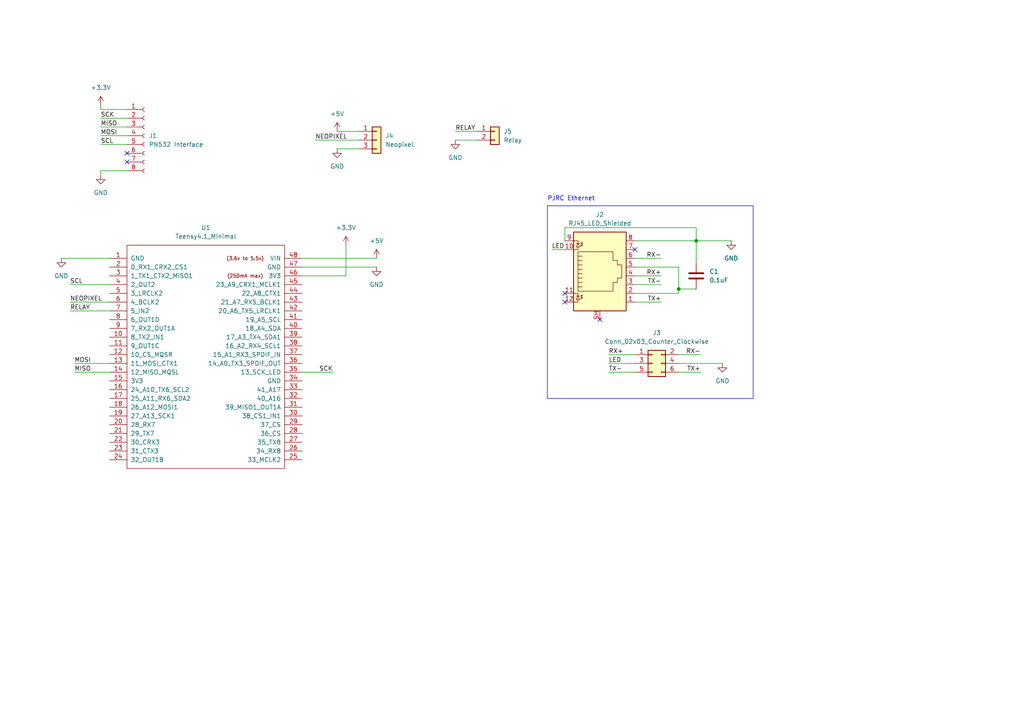
<source format=kicad_sch>
(kicad_sch (version 20230121) (generator eeschema)
  (paper "A4")
  (lib_symbols
    (symbol "Connector:Conn_01x08_Socket" (pin_names (offset 1.016) hide)
      (property "Reference" "J" (at 0 10.16 0))
      (property "Value" "Conn_01x08_Socket" (at 0 -12.7 0))
      (symbol "Conn_01x08_Socket_1_1"
        (arc (start 0 -9.652) (mid -0.5058 -10.16) (end 0 -10.668) (stroke (width 0.1524)))
        (arc (start 0 -7.112) (mid -0.5058 -7.62) (end 0 -8.128) (stroke (width 0.1524)))
        (arc (start 0 -4.572) (mid -0.5058 -5.08) (end 0 -5.588) (stroke (width 0.1524)))
        (arc (start 0 -2.032) (mid -0.5058 -2.54) (end 0 -3.048) (stroke (width 0.1524)))
        (polyline (pts (xy -1.27 -10.16) (xy -0.508 -10.16)) (stroke (width 0.1524)))
        (polyline (pts (xy -1.27 -7.62) (xy -0.508 -7.62)) (stroke (width 0.1524)))
        (polyline (pts (xy -1.27 -5.08) (xy -0.508 -5.08)) (stroke (width 0.1524)))
        (polyline (pts (xy -1.27 -2.54) (xy -0.508 -2.54)) (stroke (width 0.1524)))
        (polyline (pts (xy -1.27 0) (xy -0.508 0)) (stroke (width 0.1524)))
        (polyline (pts (xy -1.27 2.54) (xy -0.508 2.54)) (stroke (width 0.1524)))
        (polyline (pts (xy -1.27 5.08) (xy -0.508 5.08)) (stroke (width 0.1524)))
        (polyline (pts (xy -1.27 7.62) (xy -0.508 7.62)) (stroke (width 0.1524)))
        (arc (start 0 0.508) (mid -0.5058 0) (end 0 -0.508) (stroke (width 0.1524)))
        (arc (start 0 3.048) (mid -0.5058 2.54) (end 0 2.032) (stroke (width 0.1524)))
        (arc (start 0 5.588) (mid -0.5058 5.08) (end 0 4.572) (stroke (width 0.1524)))
        (arc (start 0 8.128) (mid -0.5058 7.62) (end 0 7.112) (stroke (width 0.1524)))
        (pin passive line (at -5.08 7.62 0) (length 3.81) (name "Pin_1") (number "1"))
        (pin passive line (at -5.08 5.08 0) (length 3.81) (name "Pin_2") (number "2"))
        (pin passive line (at -5.08 2.54 0) (length 3.81) (name "Pin_3") (number "3"))
        (pin passive line (at -5.08 0 0) (length 3.81) (name "Pin_4") (number "4"))
        (pin passive line (at -5.08 -2.54 0) (length 3.81) (name "Pin_5") (number "5"))
        (pin passive line (at -5.08 -5.08 0) (length 3.81) (name "Pin_6") (number "6"))
        (pin passive line (at -5.08 -7.62 0) (length 3.81) (name "Pin_7") (number "7"))
        (pin passive line (at -5.08 -10.16 0) (length 3.81) (name "Pin_8") (number "8"))
      )
    )
    (symbol "Connector:RJ45_LED_Shielded" (pin_names (offset 1.016))
      (property "Reference" "J" (at -5.08 13.97 0))
      (property "Value" "RJ45_LED_Shielded" (at 1.27 13.97 0))
      (symbol "RJ45_LED_Shielded_0_1"
        (polyline (pts (xy -7.62 -7.62) (xy -6.35 -7.62)))
        (polyline (pts (xy -7.62 -5.08) (xy -6.35 -5.08)))
        (polyline (pts (xy -7.62 7.62) (xy -6.35 7.62)))
        (polyline (pts (xy -7.62 10.16) (xy -6.35 10.16)))
        (polyline (pts (xy -6.858 -5.842) (xy -5.842 -5.842)))
        (polyline (pts (xy -6.858 9.398) (xy -5.842 9.398)))
        (polyline (pts (xy -6.35 -7.62) (xy -6.35 -6.858)))
        (polyline (pts (xy -6.35 -5.08) (xy -6.35 -5.842)))
        (polyline (pts (xy -6.35 7.62) (xy -6.35 8.382)))
        (polyline (pts (xy -6.35 10.16) (xy -6.35 9.398)))
        (polyline (pts (xy -5.08 -6.223) (xy -5.207 -6.604)))
        (polyline (pts (xy -5.08 -5.588) (xy -5.207 -5.969)))
        (polyline (pts (xy -5.08 4.445) (xy -6.35 4.445)))
        (polyline (pts (xy -5.08 5.715) (xy -6.35 5.715)))
        (polyline (pts (xy -5.08 9.017) (xy -5.207 8.636)))
        (polyline (pts (xy -5.08 9.652) (xy -5.207 9.271)))
        (polyline (pts (xy -6.35 -3.175) (xy -5.08 -3.175) (xy -5.08 -3.175)))
        (polyline (pts (xy -6.35 -1.905) (xy -5.08 -1.905) (xy -5.08 -1.905)))
        (polyline (pts (xy -6.35 -0.635) (xy -5.08 -0.635) (xy -5.08 -0.635)))
        (polyline (pts (xy -6.35 0.635) (xy -5.08 0.635) (xy -5.08 0.635)))
        (polyline (pts (xy -6.35 1.905) (xy -5.08 1.905) (xy -5.08 1.905)))
        (polyline (pts (xy -5.588 -6.731) (xy -5.08 -6.223) (xy -5.461 -6.35)))
        (polyline (pts (xy -5.588 -6.096) (xy -5.08 -5.588) (xy -5.461 -5.715)))
        (polyline (pts (xy -5.588 8.509) (xy -5.08 9.017) (xy -5.461 8.89)))
        (polyline (pts (xy -5.588 9.144) (xy -5.08 9.652) (xy -5.461 9.525)))
        (polyline (pts (xy -5.08 3.175) (xy -6.35 3.175) (xy -6.35 3.175)))
        (polyline (pts (xy -6.35 -5.842) (xy -6.858 -6.858) (xy -5.842 -6.858) (xy -6.35 -5.842)))
        (polyline (pts (xy -6.35 9.398) (xy -6.858 8.382) (xy -5.842 8.382) (xy -6.35 9.398)))
        (polyline (pts (xy -6.35 -4.445) (xy -6.35 6.985) (xy 3.81 6.985) (xy 3.81 4.445) (xy 5.08 4.445) (xy 5.08 3.175) (xy 6.35 3.175) (xy 6.35 -0.635) (xy 5.08 -0.635) (xy 5.08 -1.905) (xy 3.81 -1.905) (xy 3.81 -4.445) (xy -6.35 -4.445) (xy -6.35 -4.445)))
        (rectangle (start 7.62 12.7) (end -7.62 -10.16) (stroke (width 0.254)) (fill (type background)))
      )
      (symbol "RJ45_LED_Shielded_1_1"
        (pin passive line (at 10.16 -7.62 180) (length 2.54) (name "~") (number "1"))
        (pin passive line (at -10.16 7.62 0) (length 2.54) (name "~") (number "10"))
        (pin passive line (at -10.16 -5.08 0) (length 2.54) (name "~") (number "11"))
        (pin passive line (at -10.16 -7.62 0) (length 2.54) (name "~") (number "12"))
        (pin passive line (at 10.16 -5.08 180) (length 2.54) (name "~") (number "2"))
        (pin passive line (at 10.16 -2.54 180) (length 2.54) (name "~") (number "3"))
        (pin passive line (at 10.16 0 180) (length 2.54) (name "~") (number "4"))
        (pin passive line (at 10.16 2.54 180) (length 2.54) (name "~") (number "5"))
        (pin passive line (at 10.16 5.08 180) (length 2.54) (name "~") (number "6"))
        (pin passive line (at 10.16 7.62 180) (length 2.54) (name "~") (number "7"))
        (pin passive line (at 10.16 10.16 180) (length 2.54) (name "~") (number "8"))
        (pin passive line (at -10.16 10.16 0) (length 2.54) (name "~") (number "9"))
        (pin passive line (at 0 -12.7 90) (length 2.54) (name "~") (number "SH"))
      )
    )
    (symbol "Connector_Generic:Conn_01x02" (pin_names (offset 1.016) hide)
      (property "Reference" "J" (at 0 2.54 0))
      (property "Value" "Conn_01x02" (at 0 -5.08 0))
      (symbol "Conn_01x02_1_1"
        (rectangle (start -1.27 -2.413) (end 0 -2.667) (stroke (width 0.1524)))
        (rectangle (start -1.27 0.127) (end 0 -0.127) (stroke (width 0.1524)))
        (rectangle (start -1.27 1.27) (end 1.27 -3.81) (stroke (width 0.254)) (fill (type background)))
        (pin passive line (at -5.08 0 0) (length 3.81) (name "Pin_1") (number "1"))
        (pin passive line (at -5.08 -2.54 0) (length 3.81) (name "Pin_2") (number "2"))
      )
    )
    (symbol "Connector_Generic:Conn_01x03" (pin_names (offset 1.016) hide)
      (property "Reference" "J" (at 0 5.08 0))
      (property "Value" "Conn_01x03" (at 0 -5.08 0))
      (symbol "Conn_01x03_1_1"
        (rectangle (start -1.27 -2.413) (end 0 -2.667) (stroke (width 0.1524)))
        (rectangle (start -1.27 0.127) (end 0 -0.127) (stroke (width 0.1524)))
        (rectangle (start -1.27 2.667) (end 0 2.413) (stroke (width 0.1524)))
        (rectangle (start -1.27 3.81) (end 1.27 -3.81) (stroke (width 0.254)) (fill (type background)))
        (pin passive line (at -5.08 2.54 0) (length 3.81) (name "Pin_1") (number "1"))
        (pin passive line (at -5.08 0 0) (length 3.81) (name "Pin_2") (number "2"))
        (pin passive line (at -5.08 -2.54 0) (length 3.81) (name "Pin_3") (number "3"))
      )
    )
    (symbol "Connector_Generic:Conn_02x03_Odd_Even" (pin_names (offset 1.016) hide)
      (property "Reference" "J" (at 1.27 5.08 0))
      (property "Value" "Conn_02x03_Odd_Even" (at 1.27 -5.08 0))
      (symbol "Conn_02x03_Odd_Even_1_1"
        (rectangle (start -1.27 -2.413) (end 0 -2.667) (stroke (width 0.1524)))
        (rectangle (start -1.27 0.127) (end 0 -0.127) (stroke (width 0.1524)))
        (rectangle (start -1.27 2.667) (end 0 2.413) (stroke (width 0.1524)))
        (rectangle (start -1.27 3.81) (end 3.81 -3.81) (stroke (width 0.254)) (fill (type background)))
        (rectangle (start 3.81 -2.413) (end 2.54 -2.667) (stroke (width 0.1524)))
        (rectangle (start 3.81 0.127) (end 2.54 -0.127) (stroke (width 0.1524)))
        (rectangle (start 3.81 2.667) (end 2.54 2.413) (stroke (width 0.1524)))
        (pin passive line (at -5.08 2.54 0) (length 3.81) (name "Pin_1") (number "1"))
        (pin passive line (at 7.62 2.54 180) (length 3.81) (name "Pin_2") (number "2"))
        (pin passive line (at -5.08 0 0) (length 3.81) (name "Pin_3") (number "3"))
        (pin passive line (at 7.62 0 180) (length 3.81) (name "Pin_4") (number "4"))
        (pin passive line (at -5.08 -2.54 0) (length 3.81) (name "Pin_5") (number "5"))
        (pin passive line (at 7.62 -2.54 180) (length 3.81) (name "Pin_6") (number "6"))
      )
    )
    (symbol "Device:C" (pin_numbers hide) (pin_names (offset 0.254))
      (property "Reference" "C" (at 0.635 2.54 0))
      (property "Value" "C" (at 0.635 -2.54 0))
      (symbol "C_0_1"
        (polyline (pts (xy -2.032 -0.762) (xy 2.032 -0.762)) (stroke (width 0.508)))
        (polyline (pts (xy -2.032 0.762) (xy 2.032 0.762)) (stroke (width 0.508)))
      )
      (symbol "C_1_1"
        (pin passive line (at 0 3.81 270) (length 2.794) (name "~") (number "1"))
        (pin passive line (at 0 -3.81 90) (length 2.794) (name "~") (number "2"))
      )
    )
    (symbol "Joels KiCad Symbol Library:Teensy4.1_Minimal" (pin_names (offset 1.016))
      (property "Reference" "U" (at 0 62.23 0))
      (property "Value" "Teensy4.1_Minimal" (at 1.27 59.69 0))
      (symbol "Teensy4.1_Minimal_0_0"
        (text "(250mA max)" (at 11.43 49.53 0) (effects (font (size 1.016 1.016))))
        (text "(3.6v to 5.5v)" (at 11.43 54.61 0) (effects (font (size 1.016 1.016))))
        (pin bidirectional line (at -27.94 31.75 0) (length 5.08) (name "8_TX2_IN1") (number "10"))
        (pin bidirectional line (at -27.94 29.21 0) (length 5.08) (name "9_OUT1C") (number "11"))
        (pin bidirectional line (at -27.94 26.67 0) (length 5.08) (name "10_CS_MQSR") (number "12"))
        (pin bidirectional line (at -27.94 24.13 0) (length 5.08) (name "11_MOSI_CTX1") (number "13"))
        (pin bidirectional line (at -27.94 21.59 0) (length 5.08) (name "12_MISO_MQSL") (number "14"))
        (pin power_in line (at -27.94 19.05 0) (length 5.08) (name "3V3") (number "15"))
        (pin bidirectional line (at -27.94 16.51 0) (length 5.08) (name "24_A10_TX6_SCL2") (number "16"))
        (pin bidirectional line (at -27.94 13.97 0) (length 5.08) (name "25_A11_RX6_SDA2") (number "17"))
        (pin bidirectional line (at -27.94 11.43 0) (length 5.08) (name "26_A12_MOSI1") (number "18"))
        (pin bidirectional line (at -27.94 8.89 0) (length 5.08) (name "27_A13_SCK1") (number "19"))
        (pin bidirectional line (at -27.94 6.35 0) (length 5.08) (name "28_RX7") (number "20"))
        (pin bidirectional line (at -27.94 3.81 0) (length 5.08) (name "29_TX7") (number "21"))
        (pin bidirectional line (at -27.94 1.27 0) (length 5.08) (name "30_CRX3") (number "22"))
        (pin bidirectional line (at -27.94 -1.27 0) (length 5.08) (name "31_CTX3") (number "23"))
        (pin bidirectional line (at -27.94 -3.81 0) (length 5.08) (name "32_OUT1B") (number "24"))
        (pin bidirectional line (at 27.94 -3.81 180) (length 5.08) (name "33_MCLK2") (number "25"))
        (pin bidirectional line (at 27.94 -1.27 180) (length 5.08) (name "34_RX8") (number "26"))
        (pin bidirectional line (at 27.94 1.27 180) (length 5.08) (name "35_TX8") (number "27"))
        (pin bidirectional line (at 27.94 3.81 180) (length 5.08) (name "36_CS") (number "28"))
        (pin bidirectional line (at 27.94 6.35 180) (length 5.08) (name "37_CS") (number "29"))
        (pin bidirectional line (at 27.94 8.89 180) (length 5.08) (name "38_CS1_IN1") (number "30"))
        (pin bidirectional line (at 27.94 11.43 180) (length 5.08) (name "39_MISO1_OUT1A") (number "31"))
        (pin bidirectional line (at 27.94 13.97 180) (length 5.08) (name "40_A16") (number "32"))
        (pin bidirectional line (at 27.94 16.51 180) (length 5.08) (name "41_A17") (number "33"))
        (pin bidirectional line (at 27.94 21.59 180) (length 5.08) (name "13_SCK_LED") (number "35"))
        (pin bidirectional line (at 27.94 24.13 180) (length 5.08) (name "14_A0_TX3_SPDIF_OUT") (number "36"))
        (pin bidirectional line (at 27.94 26.67 180) (length 5.08) (name "15_A1_RX3_SPDIF_IN") (number "37"))
        (pin bidirectional line (at 27.94 29.21 180) (length 5.08) (name "16_A2_RX4_SCL1") (number "38"))
        (pin bidirectional line (at 27.94 31.75 180) (length 5.08) (name "17_A3_TX4_SDA1") (number "39"))
        (pin bidirectional line (at 27.94 34.29 180) (length 5.08) (name "18_A4_SDA") (number "40"))
        (pin bidirectional line (at 27.94 36.83 180) (length 5.08) (name "19_A5_SCL") (number "41"))
        (pin bidirectional line (at 27.94 39.37 180) (length 5.08) (name "20_A6_TX5_LRCLK1") (number "42"))
        (pin bidirectional line (at 27.94 41.91 180) (length 5.08) (name "21_A7_RX5_BCLK1") (number "43"))
        (pin bidirectional line (at 27.94 44.45 180) (length 5.08) (name "22_A8_CTX1") (number "44"))
        (pin bidirectional line (at 27.94 46.99 180) (length 5.08) (name "23_A9_CRX1_MCLK1") (number "45"))
        (pin power_in line (at 27.94 49.53 180) (length 5.08) (name "3V3") (number "46"))
        (pin power_in line (at 27.94 52.07 180) (length 5.08) (name "GND") (number "47"))
        (pin power_in line (at 27.94 54.61 180) (length 5.08) (name "VIN") (number "48"))
        (pin bidirectional line (at -27.94 44.45 0) (length 5.08) (name "3_LRCLK2") (number "5"))
        (pin bidirectional line (at -27.94 41.91 0) (length 5.08) (name "4_BCLK2") (number "6"))
        (pin bidirectional line (at -27.94 39.37 0) (length 5.08) (name "5_IN2") (number "7"))
        (pin bidirectional line (at -27.94 36.83 0) (length 5.08) (name "6_OUT1D") (number "8"))
        (pin bidirectional line (at -27.94 34.29 0) (length 5.08) (name "7_RX2_OUT1A") (number "9"))
      )
      (symbol "Teensy4.1_Minimal_0_1"
        (rectangle (start -22.86 58.42) (end 22.86 -6.35))
        (rectangle (start -20.32 -1.27) (end -20.32 -1.27))
      )
      (symbol "Teensy4.1_Minimal_1_1"
        (pin power_in line (at -27.94 54.61 0) (length 5.08) (name "GND") (number "1"))
        (pin bidirectional line (at -27.94 52.07 0) (length 5.08) (name "0_RX1_CRX2_CS1") (number "2"))
        (pin bidirectional line (at -27.94 49.53 0) (length 5.08) (name "1_TX1_CTX2_MISO1") (number "3"))
        (pin power_in line (at 27.94 19.05 180) (length 5.08) (name "GND") (number "34"))
        (pin bidirectional line (at -27.94 46.99 0) (length 5.08) (name "2_OUT2") (number "4"))
      )
    )
    (symbol "power:+3.3V" (power) (pin_names (offset 0))
      (property "Value" "+3.3V" (at 0 3.556 0))
      (symbol "+3.3V_0_1"
        (polyline (pts (xy -0.762 1.27) (xy 0 2.54)))
        (polyline (pts (xy 0 0) (xy 0 2.54)))
        (polyline (pts (xy 0 2.54) (xy 0.762 1.27)))
      )
      (symbol "+3.3V_1_1"
        (pin power_in line (at 0 0 90) (length 0) hide (name "+3.3V") (number "1"))
      )
    )
    (symbol "power:+5V" (power) (pin_names (offset 0))
      (property "Value" "+5V" (at 0 3.556 0))
      (symbol "+5V_0_1"
        (polyline (pts (xy -0.762 1.27) (xy 0 2.54)))
        (polyline (pts (xy 0 0) (xy 0 2.54)))
        (polyline (pts (xy 0 2.54) (xy 0.762 1.27)))
      )
      (symbol "+5V_1_1"
        (pin power_in line (at 0 0 90) (length 0) hide (name "+5V") (number "1"))
      )
    )
    (symbol "power:GND" (power) (pin_names (offset 0))
      (property "Value" "GND" (at 0 -3.81 0))
      (symbol "GND_0_1"
        (polyline (pts (xy 0 0) (xy 0 -1.27) (xy 1.27 -1.27) (xy 0 -2.54) (xy -1.27 -1.27) (xy 0 -1.27)))
      )
      (symbol "GND_1_1"
        (pin power_in line (at 0 0 270) (length 0) hide (name "GND") (number "1"))
      )
    )
  )
  (junction (at 201.93 69.85))
  (junction (at 196.85 83.82))
  (no_connect (at 173.99 92.71))
  (no_connect (at 36.83 46.99))
  (no_connect (at 36.83 44.45))
  (no_connect (at 163.83 85.09))
  (no_connect (at 184.15 72.39))
  (no_connect (at 163.83 87.63))
  (wire (pts (xy 163.83 69.85) (xy 163.83 66.04)))
  (wire (pts (xy 160.02 72.39) (xy 163.83 72.39)))
  (wire (pts (xy 87.63 74.93) (xy 109.22 74.93)))
  (wire (pts (xy 29.21 30.48) (xy 29.21 31.75)))
  (wire (pts (xy 163.83 66.04) (xy 201.93 66.04)))
  (wire (pts (xy 201.93 66.04) (xy 201.93 69.85)))
  (wire (pts (xy 29.21 41.91) (xy 36.83 41.91)))
  (wire (pts (xy 97.79 38.1) (xy 104.14 38.1)))
  (wire (pts (xy 87.63 107.95) (xy 96.52 107.95)))
  (wire (pts (xy 176.53 102.87) (xy 184.15 102.87)))
  (wire (pts (xy 97.79 43.18) (xy 104.14 43.18)))
  (wire (pts (xy 36.83 49.53) (xy 29.21 49.53)))
  (wire (pts (xy 176.53 107.95) (xy 184.15 107.95)))
  (wire (pts (xy 184.15 85.09) (xy 196.85 85.09)))
  (wire (pts (xy 100.33 80.01) (xy 87.63 80.01)))
  (wire (pts (xy 29.21 34.29) (xy 36.83 34.29)))
  (wire (pts (xy 184.15 82.55) (xy 191.77 82.55)))
  (wire (pts (xy 29.21 49.53) (xy 29.21 50.8)))
  (wire (pts (xy 132.08 40.64) (xy 138.43 40.64)))
  (wire (pts (xy 91.44 40.64) (xy 104.14 40.64)))
  (wire (pts (xy 184.15 69.85) (xy 201.93 69.85)))
  (wire (pts (xy 100.33 71.12) (xy 100.33 80.01)))
  (wire (pts (xy 196.85 102.87) (xy 203.2 102.87)))
  (wire (pts (xy 29.21 36.83) (xy 36.83 36.83)))
  (wire (pts (xy 196.85 77.47) (xy 196.85 83.82)))
  (wire (pts (xy 196.85 107.95) (xy 203.2 107.95)))
  (wire (pts (xy 184.15 80.01) (xy 191.77 80.01)))
  (wire (pts (xy 21.59 105.41) (xy 31.75 105.41)))
  (wire (pts (xy 87.63 77.47) (xy 109.22 77.47)))
  (wire (pts (xy 184.15 74.93) (xy 191.77 74.93)))
  (wire (pts (xy 21.59 107.95) (xy 31.75 107.95)))
  (wire (pts (xy 20.32 90.17) (xy 31.75 90.17)))
  (wire (pts (xy 201.93 69.85) (xy 212.09 69.85)))
  (wire (pts (xy 196.85 105.41) (xy 209.55 105.41)))
  (wire (pts (xy 17.78 74.93) (xy 31.75 74.93)))
  (wire (pts (xy 184.15 77.47) (xy 196.85 77.47)))
  (wire (pts (xy 184.15 87.63) (xy 191.77 87.63)))
  (wire (pts (xy 29.21 39.37) (xy 36.83 39.37)))
  (wire (pts (xy 20.32 87.63) (xy 31.75 87.63)))
  (wire (pts (xy 201.93 69.85) (xy 201.93 76.2)))
  (wire (pts (xy 176.53 105.41) (xy 184.15 105.41)))
  (wire (pts (xy 20.32 82.55) (xy 31.75 82.55)))
  (wire (pts (xy 196.85 85.09) (xy 196.85 83.82)))
  (wire (pts (xy 196.85 83.82) (xy 201.93 83.82)))
  (wire (pts (xy 132.08 38.1) (xy 138.43 38.1)))
  (wire (pts (xy 29.21 31.75) (xy 36.83 31.75)))
  (rectangle (start 158.75 59.69) (end 218.44 115.57))
  (text "PJRC Ethernet" (at 158.75 58.42 0) (effects (font (size 1.27 1.27)) (justify left bottom)))
  (label "SCK" (at 96.52 107.95 180))
  (label "TX-" (at 191.77 82.55 180))
  (label "LED" (at 176.53 105.41 0))
  (label "TX-" (at 176.53 107.95 0))
  (label "SCL" (at 29.21 41.91 0))
  (label "NEOPIXEL" (at 91.44 40.64 0))
  (label "RX-" (at 191.77 74.93 180))
  (label "MISO" (at 29.21 36.83 0))
  (label "RX-" (at 203.2 102.87 180))
  (label "RX+" (at 191.77 80.01 180))
  (label "MOSI" (at 29.21 39.37 0))
  (label "SCK" (at 29.21 34.29 0))
  (label "RELAY" (at 20.32 90.17 0))
  (label "NEOPIXEL" (at 20.32 87.63 0))
  (label "MISO" (at 21.59 107.95 0))
  (label "SCL" (at 20.32 82.55 0))
  (label "RX+" (at 176.53 102.87 0))
  (label "RELAY" (at 132.08 38.1 0))
  (label "MOSI" (at 21.59 105.41 0))
  (label "TX+" (at 203.2 107.95 180))
  (label "TX+" (at 191.77 87.63 180))
  (label "LED" (at 160.02 72.39 0))
  (symbol (lib_id "Connector:RJ45_LED_Shielded") (at 173.99 80.01 0) (unit 1)
    (property "Reference" "J2" (at 173.99 62.23 0))
    (property "Value" "RJ45_LED_Shielded" (at 173.99 64.77 0))
    (property "Footprint" "Connector_RJ:RJ45_Cetus_J1B1211CCD_Horizontal" (effects hide))
  )
  (symbol (lib_id "Device:C") (at 201.93 80.01 0) (unit 1)
    (property "Reference" "C1" (at 205.74 78.74 0) (effects (justify left)))
    (property "Value" "0.1uF" (at 205.74 81.28 0) (effects (justify left)))
    (property "Footprint" "Capacitor_SMD:C_0805_2012Metric_Pad1.18x1.45mm_HandSolder" (effects hide))
  )
  (symbol (lib_id "power:GND") (at 97.79 43.18 0) (unit 1)
    (property "Reference" "#PWR07" (effects hide))
    (property "Value" "GND" (at 97.79 48.26 0))
  )
  (symbol (lib_id "power:+3.3V") (at 29.21 30.48 0) (unit 1)
    (property "Reference" "#PWR08" (effects hide))
    (property "Value" "+3.3V" (at 29.21 25.4 0))
  )
  (symbol (lib_id "Connector_Generic:Conn_01x03") (at 109.22 40.64 0) (unit 1)
    (property "Reference" "J4" (at 111.76 39.37 0) (effects (justify left)))
    (property "Value" "Neopixel" (at 111.76 41.91 0) (effects (justify left)))
    (property "Footprint" "TerminalBlock:TerminalBlock_bornier-3_P5.08mm" (effects hide))
  )
  (symbol (lib_id "power:GND") (at 109.22 77.47 0) (unit 1)
    (property "Reference" "#PWR04" (effects hide))
    (property "Value" "GND" (at 109.22 82.55 0))
  )
  (symbol (lib_id "power:GND") (at 132.08 40.64 0) (unit 1)
    (property "Reference" "#PWR011" (effects hide))
    (property "Value" "GND" (at 132.08 45.72 0))
  )
  (symbol (lib_id "power:GND") (at 209.55 105.41 0) (unit 1)
    (property "Reference" "#PWR02" (effects hide))
    (property "Value" "GND" (at 209.55 110.49 0))
  )
  (symbol (lib_id "Connector_Generic:Conn_01x02") (at 143.51 38.1 0) (unit 1)
    (property "Reference" "J5" (at 146.05 38.1 0) (effects (justify left)))
    (property "Value" "Relay" (at 146.05 40.64 0) (effects (justify left)))
    (property "Footprint" "TerminalBlock:TerminalBlock_bornier-2_P5.08mm" (effects hide))
  )
  (symbol (lib_id "power:+3.3V") (at 100.33 71.12 0) (unit 1)
    (property "Reference" "#PWR010" (effects hide))
    (property "Value" "+3.3V" (at 100.33 66.04 0))
  )
  (symbol (lib_id "power:+5V") (at 97.79 38.1 0) (unit 1)
    (property "Reference" "#PWR06" (effects hide))
    (property "Value" "+5V" (at 97.79 33.02 0))
  )
  (symbol (lib_id "Connector_Generic:Conn_02x03_Odd_Even") (at 189.23 105.41 0) (unit 1)
    (property "Reference" "J3" (at 190.5 96.52 0))
    (property "Value" "Conn_02x03_Counter_Clockwise" (at 190.5 99.06 0))
    (property "Footprint" "Connector_PinHeader_2.00mm:PinHeader_2x03_P2.00mm_Vertical" (effects hide))
  )
  (symbol (lib_id "power:GND") (at 29.21 50.8 0) (unit 1)
    (property "Reference" "#PWR09" (effects hide))
    (property "Value" "GND" (at 29.21 55.88 0))
  )
  (symbol (lib_id "Joels KiCad Symbol Library:Teensy4.1_Minimal") (at 59.69 129.54 0) (unit 1)
    (property "Reference" "U1" (at 59.69 66.04 0))
    (property "Value" "Teensy4.1_Minimal" (at 59.69 68.58 0))
    (property "Footprint" "Joels KiCad Footprint Library:Teensy41_Minimal" (effects hide))
  )
  (symbol (lib_id "power:GND") (at 212.09 69.85 0) (unit 1)
    (property "Reference" "#PWR01" (effects hide))
    (property "Value" "GND" (at 212.09 74.93 0))
  )
  (symbol (lib_id "power:GND") (at 17.78 74.93 0) (unit 1)
    (property "Reference" "#PWR03" (effects hide))
    (property "Value" "GND" (at 17.78 80.01 0))
  )
  (symbol (lib_id "power:+5V") (at 109.22 74.93 0) (unit 1)
    (property "Reference" "#PWR05" (effects hide))
    (property "Value" "+5V" (at 109.22 69.85 0))
  )
  (symbol (lib_id "Connector:Conn_01x08_Socket") (at 41.91 39.37 0) (unit 1)
    (property "Reference" "J1" (at 43.18 39.37 0) (effects (justify left)))
    (property "Value" "PN532 Interface" (at 43.18 41.91 0) (effects (justify left)))
    (property "Footprint" "Connector_PinHeader_2.54mm:PinHeader_1x08_P2.54mm_Vertical" (effects hide))
  )
)
</source>
